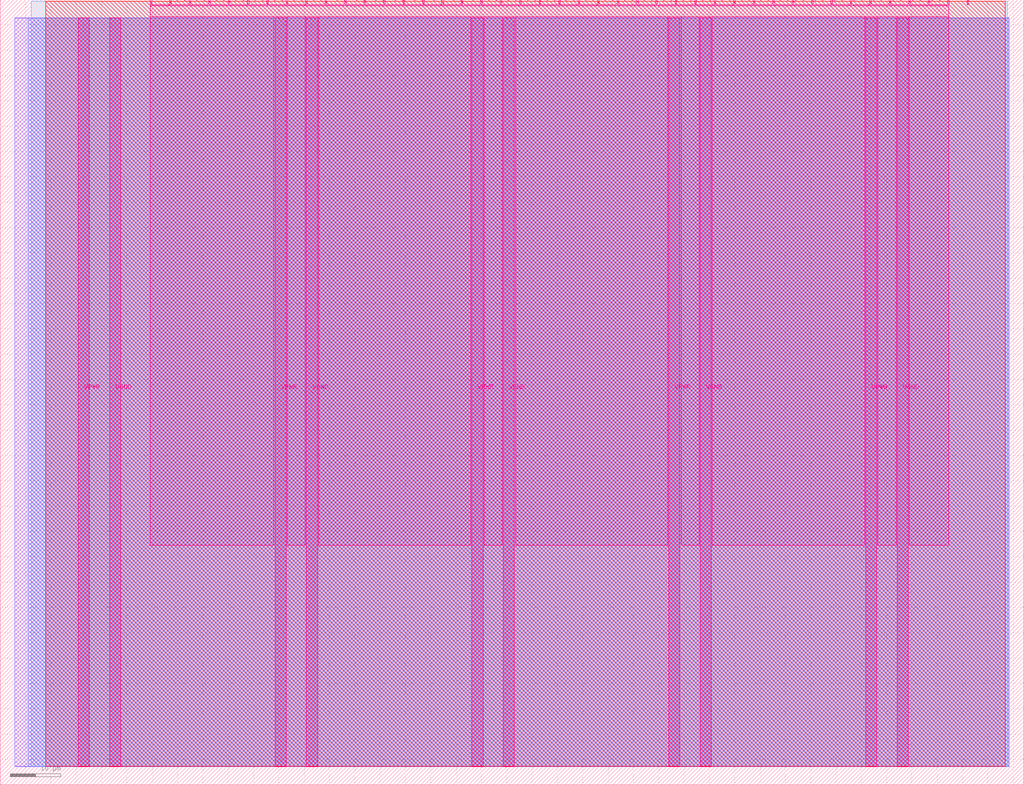
<source format=lef>
VERSION 5.7 ;
  NOWIREEXTENSIONATPIN ON ;
  DIVIDERCHAR "/" ;
  BUSBITCHARS "[]" ;
MACRO tt_um_Rapoport
  CLASS BLOCK ;
  FOREIGN tt_um_Rapoport ;
  ORIGIN 0.000 0.000 ;
  SIZE 202.080 BY 154.980 ;
  PIN VGND
    DIRECTION INOUT ;
    USE GROUND ;
    PORT
      LAYER Metal5 ;
        RECT 21.580 3.560 23.780 151.420 ;
    END
    PORT
      LAYER Metal5 ;
        RECT 60.450 3.560 62.650 151.420 ;
    END
    PORT
      LAYER Metal5 ;
        RECT 99.320 3.560 101.520 151.420 ;
    END
    PORT
      LAYER Metal5 ;
        RECT 138.190 3.560 140.390 151.420 ;
    END
    PORT
      LAYER Metal5 ;
        RECT 177.060 3.560 179.260 151.420 ;
    END
  END VGND
  PIN VPWR
    DIRECTION INOUT ;
    USE POWER ;
    PORT
      LAYER Metal5 ;
        RECT 15.380 3.560 17.580 151.420 ;
    END
    PORT
      LAYER Metal5 ;
        RECT 54.250 3.560 56.450 151.420 ;
    END
    PORT
      LAYER Metal5 ;
        RECT 93.120 3.560 95.320 151.420 ;
    END
    PORT
      LAYER Metal5 ;
        RECT 131.990 3.560 134.190 151.420 ;
    END
    PORT
      LAYER Metal5 ;
        RECT 170.860 3.560 173.060 151.420 ;
    END
  END VPWR
  PIN clk
    DIRECTION INPUT ;
    USE SIGNAL ;
    ANTENNAGATEAREA 0.213200 ;
    PORT
      LAYER Metal5 ;
        RECT 187.050 153.980 187.350 154.980 ;
    END
  END clk
  PIN ena
    DIRECTION INPUT ;
    USE SIGNAL ;
    PORT
      LAYER Metal5 ;
        RECT 190.890 153.980 191.190 154.980 ;
    END
  END ena
  PIN rst_n
    DIRECTION INPUT ;
    USE SIGNAL ;
    ANTENNAGATEAREA 0.213200 ;
    PORT
      LAYER Metal5 ;
        RECT 183.210 153.980 183.510 154.980 ;
    END
  END rst_n
  PIN ui_in[0]
    DIRECTION INPUT ;
    USE SIGNAL ;
    ANTENNAGATEAREA 0.639600 ;
    PORT
      LAYER Metal5 ;
        RECT 179.370 153.980 179.670 154.980 ;
    END
  END ui_in[0]
  PIN ui_in[1]
    DIRECTION INPUT ;
    USE SIGNAL ;
    ANTENNAGATEAREA 0.213200 ;
    PORT
      LAYER Metal5 ;
        RECT 175.530 153.980 175.830 154.980 ;
    END
  END ui_in[1]
  PIN ui_in[2]
    DIRECTION INPUT ;
    USE SIGNAL ;
    ANTENNAGATEAREA 0.180700 ;
    PORT
      LAYER Metal5 ;
        RECT 171.690 153.980 171.990 154.980 ;
    END
  END ui_in[2]
  PIN ui_in[3]
    DIRECTION INPUT ;
    USE SIGNAL ;
    ANTENNAGATEAREA 0.213200 ;
    PORT
      LAYER Metal5 ;
        RECT 167.850 153.980 168.150 154.980 ;
    END
  END ui_in[3]
  PIN ui_in[4]
    DIRECTION INPUT ;
    USE SIGNAL ;
    ANTENNAGATEAREA 0.426400 ;
    PORT
      LAYER Metal5 ;
        RECT 164.010 153.980 164.310 154.980 ;
    END
  END ui_in[4]
  PIN ui_in[5]
    DIRECTION INPUT ;
    USE SIGNAL ;
    ANTENNAGATEAREA 0.527800 ;
    PORT
      LAYER Metal5 ;
        RECT 160.170 153.980 160.470 154.980 ;
    END
  END ui_in[5]
  PIN ui_in[6]
    DIRECTION INPUT ;
    USE SIGNAL ;
    ANTENNAGATEAREA 0.213200 ;
    PORT
      LAYER Metal5 ;
        RECT 156.330 153.980 156.630 154.980 ;
    END
  END ui_in[6]
  PIN ui_in[7]
    DIRECTION INPUT ;
    USE SIGNAL ;
    ANTENNAGATEAREA 0.213200 ;
    PORT
      LAYER Metal5 ;
        RECT 152.490 153.980 152.790 154.980 ;
    END
  END ui_in[7]
  PIN uio_in[0]
    DIRECTION INPUT ;
    USE SIGNAL ;
    ANTENNAGATEAREA 0.426400 ;
    PORT
      LAYER Metal5 ;
        RECT 148.650 153.980 148.950 154.980 ;
    END
  END uio_in[0]
  PIN uio_in[1]
    DIRECTION INPUT ;
    USE SIGNAL ;
    ANTENNAGATEAREA 0.213200 ;
    PORT
      LAYER Metal5 ;
        RECT 144.810 153.980 145.110 154.980 ;
    END
  END uio_in[1]
  PIN uio_in[2]
    DIRECTION INPUT ;
    USE SIGNAL ;
    ANTENNAGATEAREA 0.213200 ;
    PORT
      LAYER Metal5 ;
        RECT 140.970 153.980 141.270 154.980 ;
    END
  END uio_in[2]
  PIN uio_in[3]
    DIRECTION INPUT ;
    USE SIGNAL ;
    ANTENNAGATEAREA 0.213200 ;
    PORT
      LAYER Metal5 ;
        RECT 137.130 153.980 137.430 154.980 ;
    END
  END uio_in[3]
  PIN uio_in[4]
    DIRECTION INPUT ;
    USE SIGNAL ;
    ANTENNAGATEAREA 0.426400 ;
    PORT
      LAYER Metal5 ;
        RECT 133.290 153.980 133.590 154.980 ;
    END
  END uio_in[4]
  PIN uio_in[5]
    DIRECTION INPUT ;
    USE SIGNAL ;
    ANTENNAGATEAREA 0.213200 ;
    PORT
      LAYER Metal5 ;
        RECT 129.450 153.980 129.750 154.980 ;
    END
  END uio_in[5]
  PIN uio_in[6]
    DIRECTION INPUT ;
    USE SIGNAL ;
    ANTENNAGATEAREA 0.213200 ;
    PORT
      LAYER Metal5 ;
        RECT 125.610 153.980 125.910 154.980 ;
    END
  END uio_in[6]
  PIN uio_in[7]
    DIRECTION INPUT ;
    USE SIGNAL ;
    ANTENNAGATEAREA 0.213200 ;
    PORT
      LAYER Metal5 ;
        RECT 121.770 153.980 122.070 154.980 ;
    END
  END uio_in[7]
  PIN uio_oe[0]
    DIRECTION OUTPUT ;
    USE SIGNAL ;
    ANTENNADIFFAREA 0.299200 ;
    PORT
      LAYER Metal5 ;
        RECT 56.490 153.980 56.790 154.980 ;
    END
  END uio_oe[0]
  PIN uio_oe[1]
    DIRECTION OUTPUT ;
    USE SIGNAL ;
    ANTENNADIFFAREA 0.299200 ;
    PORT
      LAYER Metal5 ;
        RECT 52.650 153.980 52.950 154.980 ;
    END
  END uio_oe[1]
  PIN uio_oe[2]
    DIRECTION OUTPUT ;
    USE SIGNAL ;
    ANTENNADIFFAREA 0.299200 ;
    PORT
      LAYER Metal5 ;
        RECT 48.810 153.980 49.110 154.980 ;
    END
  END uio_oe[2]
  PIN uio_oe[3]
    DIRECTION OUTPUT ;
    USE SIGNAL ;
    ANTENNADIFFAREA 0.299200 ;
    PORT
      LAYER Metal5 ;
        RECT 44.970 153.980 45.270 154.980 ;
    END
  END uio_oe[3]
  PIN uio_oe[4]
    DIRECTION OUTPUT ;
    USE SIGNAL ;
    ANTENNADIFFAREA 0.299200 ;
    PORT
      LAYER Metal5 ;
        RECT 41.130 153.980 41.430 154.980 ;
    END
  END uio_oe[4]
  PIN uio_oe[5]
    DIRECTION OUTPUT ;
    USE SIGNAL ;
    ANTENNADIFFAREA 0.299200 ;
    PORT
      LAYER Metal5 ;
        RECT 37.290 153.980 37.590 154.980 ;
    END
  END uio_oe[5]
  PIN uio_oe[6]
    DIRECTION OUTPUT ;
    USE SIGNAL ;
    ANTENNADIFFAREA 0.299200 ;
    PORT
      LAYER Metal5 ;
        RECT 33.450 153.980 33.750 154.980 ;
    END
  END uio_oe[6]
  PIN uio_oe[7]
    DIRECTION OUTPUT ;
    USE SIGNAL ;
    ANTENNADIFFAREA 0.299200 ;
    PORT
      LAYER Metal5 ;
        RECT 29.610 153.980 29.910 154.980 ;
    END
  END uio_oe[7]
  PIN uio_out[0]
    DIRECTION OUTPUT ;
    USE SIGNAL ;
    ANTENNADIFFAREA 0.299200 ;
    PORT
      LAYER Metal5 ;
        RECT 87.210 153.980 87.510 154.980 ;
    END
  END uio_out[0]
  PIN uio_out[1]
    DIRECTION OUTPUT ;
    USE SIGNAL ;
    ANTENNADIFFAREA 0.299200 ;
    PORT
      LAYER Metal5 ;
        RECT 83.370 153.980 83.670 154.980 ;
    END
  END uio_out[1]
  PIN uio_out[2]
    DIRECTION OUTPUT ;
    USE SIGNAL ;
    ANTENNADIFFAREA 0.299200 ;
    PORT
      LAYER Metal5 ;
        RECT 79.530 153.980 79.830 154.980 ;
    END
  END uio_out[2]
  PIN uio_out[3]
    DIRECTION OUTPUT ;
    USE SIGNAL ;
    ANTENNADIFFAREA 0.299200 ;
    PORT
      LAYER Metal5 ;
        RECT 75.690 153.980 75.990 154.980 ;
    END
  END uio_out[3]
  PIN uio_out[4]
    DIRECTION OUTPUT ;
    USE SIGNAL ;
    ANTENNADIFFAREA 0.299200 ;
    PORT
      LAYER Metal5 ;
        RECT 71.850 153.980 72.150 154.980 ;
    END
  END uio_out[4]
  PIN uio_out[5]
    DIRECTION OUTPUT ;
    USE SIGNAL ;
    ANTENNADIFFAREA 0.299200 ;
    PORT
      LAYER Metal5 ;
        RECT 68.010 153.980 68.310 154.980 ;
    END
  END uio_out[5]
  PIN uio_out[6]
    DIRECTION OUTPUT ;
    USE SIGNAL ;
    ANTENNADIFFAREA 0.299200 ;
    PORT
      LAYER Metal5 ;
        RECT 64.170 153.980 64.470 154.980 ;
    END
  END uio_out[6]
  PIN uio_out[7]
    DIRECTION OUTPUT ;
    USE SIGNAL ;
    ANTENNADIFFAREA 0.654800 ;
    PORT
      LAYER Metal5 ;
        RECT 60.330 153.980 60.630 154.980 ;
    END
  END uio_out[7]
  PIN uo_out[0]
    DIRECTION OUTPUT ;
    USE SIGNAL ;
    ANTENNADIFFAREA 0.299200 ;
    PORT
      LAYER Metal5 ;
        RECT 117.930 153.980 118.230 154.980 ;
    END
  END uo_out[0]
  PIN uo_out[1]
    DIRECTION OUTPUT ;
    USE SIGNAL ;
    ANTENNADIFFAREA 0.299200 ;
    PORT
      LAYER Metal5 ;
        RECT 114.090 153.980 114.390 154.980 ;
    END
  END uo_out[1]
  PIN uo_out[2]
    DIRECTION OUTPUT ;
    USE SIGNAL ;
    ANTENNADIFFAREA 0.299200 ;
    PORT
      LAYER Metal5 ;
        RECT 110.250 153.980 110.550 154.980 ;
    END
  END uo_out[2]
  PIN uo_out[3]
    DIRECTION OUTPUT ;
    USE SIGNAL ;
    ANTENNADIFFAREA 0.299200 ;
    PORT
      LAYER Metal5 ;
        RECT 106.410 153.980 106.710 154.980 ;
    END
  END uo_out[3]
  PIN uo_out[4]
    DIRECTION OUTPUT ;
    USE SIGNAL ;
    ANTENNADIFFAREA 0.299200 ;
    PORT
      LAYER Metal5 ;
        RECT 102.570 153.980 102.870 154.980 ;
    END
  END uo_out[4]
  PIN uo_out[5]
    DIRECTION OUTPUT ;
    USE SIGNAL ;
    ANTENNADIFFAREA 0.299200 ;
    PORT
      LAYER Metal5 ;
        RECT 98.730 153.980 99.030 154.980 ;
    END
  END uo_out[5]
  PIN uo_out[6]
    DIRECTION OUTPUT ;
    USE SIGNAL ;
    ANTENNADIFFAREA 0.299200 ;
    PORT
      LAYER Metal5 ;
        RECT 94.890 153.980 95.190 154.980 ;
    END
  END uo_out[6]
  PIN uo_out[7]
    DIRECTION OUTPUT ;
    USE SIGNAL ;
    ANTENNADIFFAREA 0.299200 ;
    PORT
      LAYER Metal5 ;
        RECT 91.050 153.980 91.350 154.980 ;
    END
  END uo_out[7]
  OBS
      LAYER GatPoly ;
        RECT 2.880 3.630 199.200 151.350 ;
      LAYER Metal1 ;
        RECT 2.880 3.560 199.200 151.420 ;
      LAYER Metal2 ;
        RECT 5.485 3.680 198.995 151.300 ;
      LAYER Metal3 ;
        RECT 6.140 3.635 198.820 154.705 ;
      LAYER Metal4 ;
        RECT 8.975 3.680 198.385 154.660 ;
      LAYER Metal5 ;
        RECT 30.120 153.770 33.240 153.980 ;
        RECT 33.960 153.770 37.080 153.980 ;
        RECT 37.800 153.770 40.920 153.980 ;
        RECT 41.640 153.770 44.760 153.980 ;
        RECT 45.480 153.770 48.600 153.980 ;
        RECT 49.320 153.770 52.440 153.980 ;
        RECT 53.160 153.770 56.280 153.980 ;
        RECT 57.000 153.770 60.120 153.980 ;
        RECT 60.840 153.770 63.960 153.980 ;
        RECT 64.680 153.770 67.800 153.980 ;
        RECT 68.520 153.770 71.640 153.980 ;
        RECT 72.360 153.770 75.480 153.980 ;
        RECT 76.200 153.770 79.320 153.980 ;
        RECT 80.040 153.770 83.160 153.980 ;
        RECT 83.880 153.770 87.000 153.980 ;
        RECT 87.720 153.770 90.840 153.980 ;
        RECT 91.560 153.770 94.680 153.980 ;
        RECT 95.400 153.770 98.520 153.980 ;
        RECT 99.240 153.770 102.360 153.980 ;
        RECT 103.080 153.770 106.200 153.980 ;
        RECT 106.920 153.770 110.040 153.980 ;
        RECT 110.760 153.770 113.880 153.980 ;
        RECT 114.600 153.770 117.720 153.980 ;
        RECT 118.440 153.770 121.560 153.980 ;
        RECT 122.280 153.770 125.400 153.980 ;
        RECT 126.120 153.770 129.240 153.980 ;
        RECT 129.960 153.770 133.080 153.980 ;
        RECT 133.800 153.770 136.920 153.980 ;
        RECT 137.640 153.770 140.760 153.980 ;
        RECT 141.480 153.770 144.600 153.980 ;
        RECT 145.320 153.770 148.440 153.980 ;
        RECT 149.160 153.770 152.280 153.980 ;
        RECT 153.000 153.770 156.120 153.980 ;
        RECT 156.840 153.770 159.960 153.980 ;
        RECT 160.680 153.770 163.800 153.980 ;
        RECT 164.520 153.770 167.640 153.980 ;
        RECT 168.360 153.770 171.480 153.980 ;
        RECT 172.200 153.770 175.320 153.980 ;
        RECT 176.040 153.770 179.160 153.980 ;
        RECT 179.880 153.770 183.000 153.980 ;
        RECT 183.720 153.770 186.840 153.980 ;
        RECT 29.660 151.630 187.300 153.770 ;
        RECT 29.660 47.315 54.040 151.630 ;
        RECT 56.660 47.315 60.240 151.630 ;
        RECT 62.860 47.315 92.910 151.630 ;
        RECT 95.530 47.315 99.110 151.630 ;
        RECT 101.730 47.315 131.780 151.630 ;
        RECT 134.400 47.315 137.980 151.630 ;
        RECT 140.600 47.315 170.650 151.630 ;
        RECT 173.270 47.315 176.850 151.630 ;
        RECT 179.470 47.315 187.300 151.630 ;
  END
END tt_um_Rapoport
END LIBRARY


</source>
